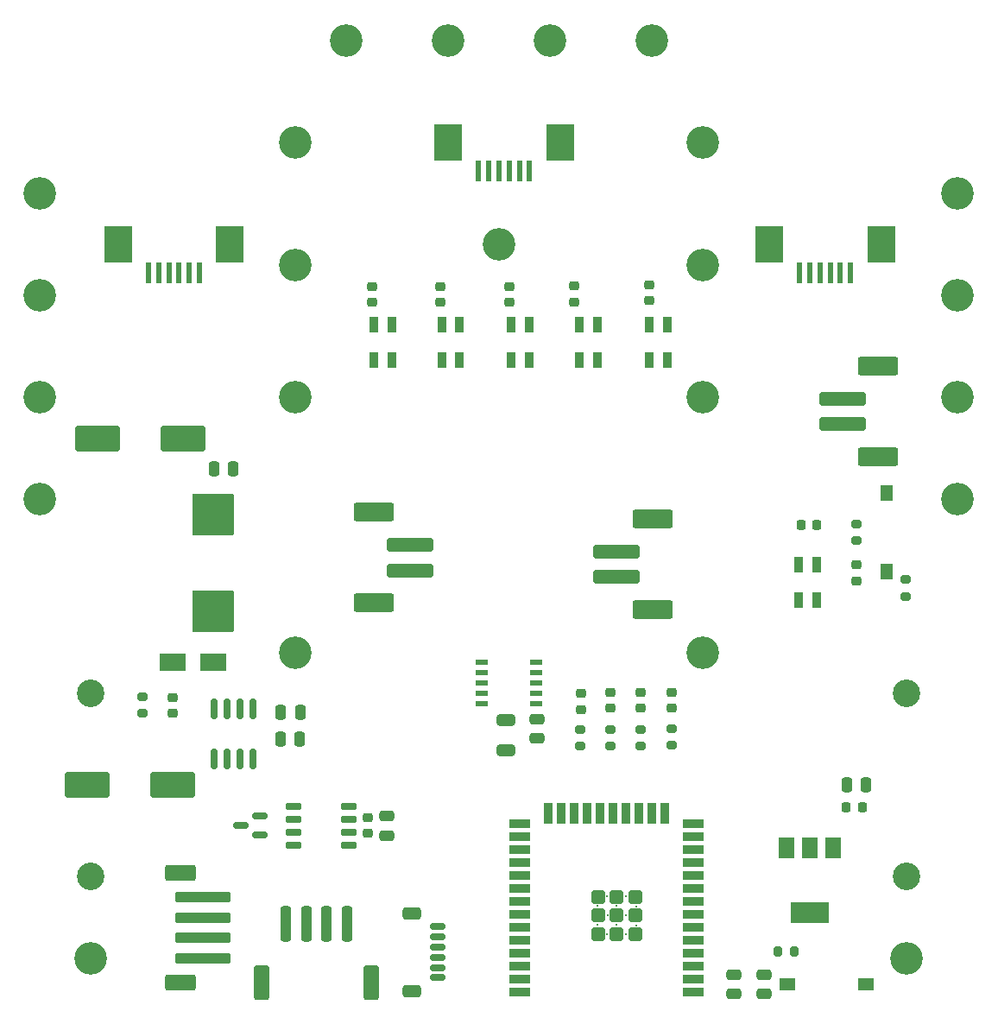
<source format=gbr>
G04 #@! TF.GenerationSoftware,KiCad,Pcbnew,(6.0.5)*
G04 #@! TF.CreationDate,2022-06-24T16:52:39-05:00*
G04 #@! TF.ProjectId,robo_car,726f626f-5f63-4617-922e-6b696361645f,1.0P*
G04 #@! TF.SameCoordinates,Original*
G04 #@! TF.FileFunction,Soldermask,Top*
G04 #@! TF.FilePolarity,Negative*
%FSLAX46Y46*%
G04 Gerber Fmt 4.6, Leading zero omitted, Abs format (unit mm)*
G04 Created by KiCad (PCBNEW (6.0.5)) date 2022-06-24 16:52:39*
%MOMM*%
%LPD*%
G01*
G04 APERTURE LIST*
G04 Aperture macros list*
%AMRoundRect*
0 Rectangle with rounded corners*
0 $1 Rounding radius*
0 $2 $3 $4 $5 $6 $7 $8 $9 X,Y pos of 4 corners*
0 Add a 4 corners polygon primitive as box body*
4,1,4,$2,$3,$4,$5,$6,$7,$8,$9,$2,$3,0*
0 Add four circle primitives for the rounded corners*
1,1,$1+$1,$2,$3*
1,1,$1+$1,$4,$5*
1,1,$1+$1,$6,$7*
1,1,$1+$1,$8,$9*
0 Add four rect primitives between the rounded corners*
20,1,$1+$1,$2,$3,$4,$5,0*
20,1,$1+$1,$4,$5,$6,$7,0*
20,1,$1+$1,$6,$7,$8,$9,0*
20,1,$1+$1,$8,$9,$2,$3,0*%
G04 Aperture macros list end*
%ADD10C,3.200000*%
%ADD11RoundRect,0.200000X0.275000X-0.200000X0.275000X0.200000X-0.275000X0.200000X-0.275000X-0.200000X0*%
%ADD12C,2.700000*%
%ADD13RoundRect,0.225000X-0.250000X0.225000X-0.250000X-0.225000X0.250000X-0.225000X0.250000X0.225000X0*%
%ADD14RoundRect,0.250000X-0.250000X-0.475000X0.250000X-0.475000X0.250000X0.475000X-0.250000X0.475000X0*%
%ADD15RoundRect,0.218750X0.256250X-0.218750X0.256250X0.218750X-0.256250X0.218750X-0.256250X-0.218750X0*%
%ADD16RoundRect,0.218750X-0.256250X0.218750X-0.256250X-0.218750X0.256250X-0.218750X0.256250X0.218750X0*%
%ADD17R,0.850000X1.600000*%
%ADD18RoundRect,0.225000X0.225000X0.250000X-0.225000X0.250000X-0.225000X-0.250000X0.225000X-0.250000X0*%
%ADD19RoundRect,0.250000X1.950000X1.000000X-1.950000X1.000000X-1.950000X-1.000000X1.950000X-1.000000X0*%
%ADD20RoundRect,0.090000X0.685000X-0.210000X0.685000X0.210000X-0.685000X0.210000X-0.685000X-0.210000X0*%
%ADD21R,1.200000X1.500000*%
%ADD22R,2.500000X1.800000*%
%ADD23RoundRect,0.200000X-0.275000X0.200000X-0.275000X-0.200000X0.275000X-0.200000X0.275000X0.200000X0*%
%ADD24RoundRect,0.130000X-2.120000X0.520000X-2.120000X-0.520000X2.120000X-0.520000X2.120000X0.520000X0*%
%ADD25RoundRect,0.180000X-1.770000X0.720000X-1.770000X-0.720000X1.770000X-0.720000X1.770000X0.720000X0*%
%ADD26RoundRect,0.130000X2.120000X-0.520000X2.120000X0.520000X-2.120000X0.520000X-2.120000X-0.520000X0*%
%ADD27RoundRect,0.180000X1.770000X-0.720000X1.770000X0.720000X-1.770000X0.720000X-1.770000X-0.720000X0*%
%ADD28R,2.000000X0.900000*%
%ADD29R,0.900000X2.000000*%
%ADD30C,0.300000*%
%ADD31RoundRect,0.130000X0.520000X0.520000X-0.520000X0.520000X-0.520000X-0.520000X0.520000X-0.520000X0*%
%ADD32RoundRect,0.150000X0.625000X-0.150000X0.625000X0.150000X-0.625000X0.150000X-0.625000X-0.150000X0*%
%ADD33RoundRect,0.250000X0.650000X-0.350000X0.650000X0.350000X-0.650000X0.350000X-0.650000X-0.350000X0*%
%ADD34R,0.610000X2.000000*%
%ADD35R,2.680000X3.600000*%
%ADD36R,1.500000X2.000000*%
%ADD37R,3.800000X2.000000*%
%ADD38RoundRect,0.250000X2.500000X-0.250000X2.500000X0.250000X-2.500000X0.250000X-2.500000X-0.250000X0*%
%ADD39RoundRect,0.250000X1.250000X-0.550000X1.250000X0.550000X-1.250000X0.550000X-1.250000X-0.550000X0*%
%ADD40RoundRect,0.250000X-0.475000X0.250000X-0.475000X-0.250000X0.475000X-0.250000X0.475000X0.250000X0*%
%ADD41R,1.180000X0.580000*%
%ADD42RoundRect,0.225000X0.250000X-0.225000X0.250000X0.225000X-0.250000X0.225000X-0.250000X-0.225000X0*%
%ADD43R,1.500000X1.200000*%
%ADD44RoundRect,0.250000X-0.250000X-1.500000X0.250000X-1.500000X0.250000X1.500000X-0.250000X1.500000X0*%
%ADD45RoundRect,0.250001X-0.499999X-1.449999X0.499999X-1.449999X0.499999X1.449999X-0.499999X1.449999X0*%
%ADD46RoundRect,0.250000X-0.650000X0.325000X-0.650000X-0.325000X0.650000X-0.325000X0.650000X0.325000X0*%
%ADD47RoundRect,0.205000X-1.845000X1.845000X-1.845000X-1.845000X1.845000X-1.845000X1.845000X1.845000X0*%
%ADD48RoundRect,0.225000X-0.225000X-0.250000X0.225000X-0.250000X0.225000X0.250000X-0.225000X0.250000X0*%
%ADD49RoundRect,0.200000X0.200000X0.275000X-0.200000X0.275000X-0.200000X-0.275000X0.200000X-0.275000X0*%
%ADD50RoundRect,0.150000X0.587500X0.150000X-0.587500X0.150000X-0.587500X-0.150000X0.587500X-0.150000X0*%
%ADD51RoundRect,0.150000X-0.150000X0.825000X-0.150000X-0.825000X0.150000X-0.825000X0.150000X0.825000X0*%
G04 APERTURE END LIST*
D10*
X110000000Y-145000000D03*
D11*
X115000000Y-121000000D03*
X115000000Y-119350000D03*
D10*
X195000000Y-70000000D03*
D12*
X110000000Y-137000000D03*
D10*
X130000000Y-115000000D03*
D13*
X157364648Y-79089648D03*
X157364648Y-80639648D03*
D14*
X128597500Y-120895000D03*
X130497500Y-120895000D03*
D15*
X163910000Y-120488500D03*
X163910000Y-118913500D03*
D14*
X122050000Y-97000000D03*
X123950000Y-97000000D03*
D11*
X163910000Y-124201500D03*
X163910000Y-122551500D03*
D10*
X170000000Y-65000000D03*
D16*
X118000000Y-119425000D03*
X118000000Y-121000000D03*
D14*
X184100000Y-128000000D03*
X186000000Y-128000000D03*
D12*
X110000000Y-119000000D03*
D10*
X170000000Y-90000000D03*
X150000000Y-75000000D03*
D17*
X157889648Y-86364648D03*
X159639648Y-86364648D03*
X159639648Y-82864648D03*
X157889648Y-82864648D03*
D18*
X185625000Y-130150000D03*
X184075000Y-130150000D03*
D17*
X179389000Y-109873000D03*
X181139000Y-109873000D03*
X181139000Y-106373000D03*
X179389000Y-106373000D03*
D19*
X119000000Y-94000000D03*
X110600000Y-94000000D03*
D20*
X135258000Y-133936000D03*
X135258000Y-132666000D03*
X135258000Y-131396000D03*
X135258000Y-130126000D03*
X129858000Y-130126000D03*
X129858000Y-131396000D03*
X129858000Y-132666000D03*
X129858000Y-133936000D03*
D21*
X188000000Y-107100000D03*
X188000000Y-99400000D03*
D12*
X190000000Y-137000000D03*
D10*
X165000000Y-55000000D03*
X105000000Y-100000000D03*
D15*
X160910000Y-120488500D03*
X160910000Y-118913500D03*
D22*
X122000000Y-116000000D03*
X118000000Y-116000000D03*
D23*
X185040000Y-102402500D03*
X185040000Y-104052500D03*
D24*
X141250000Y-106950000D03*
X141250000Y-104450000D03*
D25*
X137750000Y-101250000D03*
X137750000Y-110150000D03*
D10*
X170000000Y-115000000D03*
X130000000Y-90000000D03*
D17*
X151229648Y-86364648D03*
X152979648Y-86364648D03*
X152979648Y-82864648D03*
X151229648Y-82864648D03*
D26*
X183700000Y-90100000D03*
X183700000Y-92600000D03*
D27*
X187200000Y-86900000D03*
X187200000Y-95800000D03*
D10*
X195000000Y-80000000D03*
D15*
X158052000Y-120581500D03*
X158052000Y-119006500D03*
D28*
X169080000Y-148295000D03*
X169080000Y-147025000D03*
X169080000Y-145755000D03*
X169080000Y-144485000D03*
X169080000Y-143215000D03*
X169080000Y-141945000D03*
X169080000Y-140675000D03*
X169080000Y-139405000D03*
X169080000Y-138135000D03*
X169080000Y-136865000D03*
X169080000Y-135595000D03*
X169080000Y-134325000D03*
X169080000Y-133055000D03*
X169080000Y-131785000D03*
D29*
X166295000Y-130785000D03*
X165025000Y-130785000D03*
X163755000Y-130785000D03*
X162485000Y-130785000D03*
X161215000Y-130785000D03*
X159945000Y-130785000D03*
X158675000Y-130785000D03*
X157405000Y-130785000D03*
X156135000Y-130785000D03*
X154865000Y-130785000D03*
D28*
X152080000Y-131785000D03*
X152080000Y-133055000D03*
X152080000Y-134325000D03*
X152080000Y-135595000D03*
X152080000Y-136865000D03*
X152080000Y-138135000D03*
X152080000Y-139405000D03*
X152080000Y-140675000D03*
X152080000Y-141945000D03*
X152080000Y-143215000D03*
X152080000Y-144485000D03*
X152080000Y-145755000D03*
X152080000Y-147025000D03*
X152080000Y-148295000D03*
D30*
X162460000Y-138940000D03*
X163460000Y-139890000D03*
X162460000Y-142620000D03*
X161530000Y-139870000D03*
X160640000Y-140760000D03*
D31*
X159760000Y-140790000D03*
X163420000Y-140790000D03*
D30*
X159650000Y-139870000D03*
D31*
X159750000Y-138960000D03*
X163410000Y-142640000D03*
D30*
X162470000Y-140770000D03*
X163450000Y-141750000D03*
X160630000Y-138930000D03*
X160630000Y-142610000D03*
X161520000Y-141730000D03*
X159640000Y-141730000D03*
D31*
X161540000Y-140790000D03*
X163410000Y-138960000D03*
X159750000Y-142640000D03*
X161530000Y-138960000D03*
X161530000Y-142640000D03*
D32*
X143955000Y-146900000D03*
X143955000Y-145900000D03*
X143955000Y-144900000D03*
X143955000Y-143900000D03*
X143955000Y-142900000D03*
X143955000Y-141900000D03*
D33*
X141430000Y-140600000D03*
X141430000Y-148200000D03*
D34*
X153010000Y-67800000D03*
X152010000Y-67800000D03*
X151010000Y-67800000D03*
X150010000Y-67800000D03*
X149010000Y-67800000D03*
X148010000Y-67800000D03*
D35*
X145020000Y-65000000D03*
X156000000Y-65000000D03*
D10*
X170000000Y-77000000D03*
D17*
X164764648Y-86364648D03*
X166514648Y-86364648D03*
X166514648Y-82864648D03*
X164764648Y-82864648D03*
D36*
X182800000Y-134200000D03*
D37*
X180500000Y-140500000D03*
D36*
X180500000Y-134200000D03*
X178200000Y-134200000D03*
D17*
X144389648Y-86364648D03*
X146139648Y-86364648D03*
X146139648Y-82864648D03*
X144389648Y-82864648D03*
D38*
X121000000Y-145000000D03*
X121000000Y-143000000D03*
X121000000Y-141000000D03*
X121000000Y-139000000D03*
D39*
X118750000Y-136600000D03*
X118750000Y-147400000D03*
D13*
X144264648Y-79139648D03*
X144264648Y-80689648D03*
D10*
X145000000Y-55000000D03*
X195000000Y-90000000D03*
X135000000Y-55000000D03*
D11*
X160910000Y-124176500D03*
X160910000Y-122526500D03*
D40*
X173000000Y-146600000D03*
X173000000Y-148500000D03*
D41*
X153660000Y-120000000D03*
X153660000Y-119000000D03*
X153660000Y-118000000D03*
X153660000Y-117000000D03*
X153660000Y-116000000D03*
X148340000Y-116000000D03*
X148340000Y-117000000D03*
X148340000Y-118000000D03*
X148340000Y-119000000D03*
X148340000Y-120000000D03*
D42*
X137128000Y-132716000D03*
X137128000Y-131166000D03*
D10*
X105000000Y-90000000D03*
X130000000Y-65000000D03*
D19*
X118000000Y-128000000D03*
X109600000Y-128000000D03*
D13*
X151004648Y-79139648D03*
X151004648Y-80689648D03*
D43*
X178268000Y-147574000D03*
X185968000Y-147574000D03*
D44*
X129096000Y-141598000D03*
X131096000Y-141598000D03*
X133096000Y-141598000D03*
X135096000Y-141598000D03*
D45*
X126746000Y-147348000D03*
X137446000Y-147348000D03*
D14*
X128550000Y-123500000D03*
X130450000Y-123500000D03*
D10*
X105000000Y-70000000D03*
D11*
X166910000Y-124116500D03*
X166910000Y-122466500D03*
D46*
X150700000Y-121670000D03*
X150700000Y-124620000D03*
D47*
X122000000Y-101500000D03*
X122000000Y-111000000D03*
D34*
X184490000Y-77800000D03*
X183490000Y-77800000D03*
X182490000Y-77800000D03*
X181490000Y-77800000D03*
X180490000Y-77800000D03*
X179490000Y-77800000D03*
D35*
X176500000Y-75000000D03*
X187480000Y-75000000D03*
D10*
X155000000Y-55000000D03*
D34*
X120630000Y-77780000D03*
X119630000Y-77780000D03*
X118630000Y-77780000D03*
X117630000Y-77780000D03*
X116630000Y-77780000D03*
X115630000Y-77780000D03*
D35*
X123620000Y-74980000D03*
X112640000Y-74980000D03*
D23*
X189850000Y-107875000D03*
X189850000Y-109525000D03*
D10*
X190000000Y-145000000D03*
D40*
X139000000Y-131050000D03*
X139000000Y-132950000D03*
X153700000Y-121550000D03*
X153700000Y-123450000D03*
D48*
X179639000Y-102533000D03*
X181189000Y-102533000D03*
D10*
X130000000Y-77000000D03*
D16*
X185040000Y-106402500D03*
X185040000Y-107977500D03*
D26*
X161550000Y-105100000D03*
X161550000Y-107600000D03*
D27*
X165050000Y-101900000D03*
X165050000Y-110800000D03*
D49*
X179000000Y-144300000D03*
X177350000Y-144300000D03*
D15*
X166910000Y-120488500D03*
X166910000Y-118913500D03*
D13*
X164760000Y-78925000D03*
X164760000Y-80475000D03*
D42*
X137589648Y-80689648D03*
X137589648Y-79139648D03*
D10*
X105000000Y-80000000D03*
D50*
X126558000Y-132931000D03*
X126558000Y-131031000D03*
X124683000Y-131981000D03*
D11*
X157962000Y-124201500D03*
X157962000Y-122551500D03*
D12*
X190000000Y-119000000D03*
D51*
X125905000Y-120525000D03*
X124635000Y-120525000D03*
X123365000Y-120525000D03*
X122095000Y-120525000D03*
X122095000Y-125475000D03*
X123365000Y-125475000D03*
X124635000Y-125475000D03*
X125905000Y-125475000D03*
D17*
X137764648Y-86364648D03*
X139514648Y-86364648D03*
X139514648Y-82864648D03*
X137764648Y-82864648D03*
D40*
X176000000Y-146600000D03*
X176000000Y-148500000D03*
D10*
X195000000Y-100000000D03*
M02*

</source>
